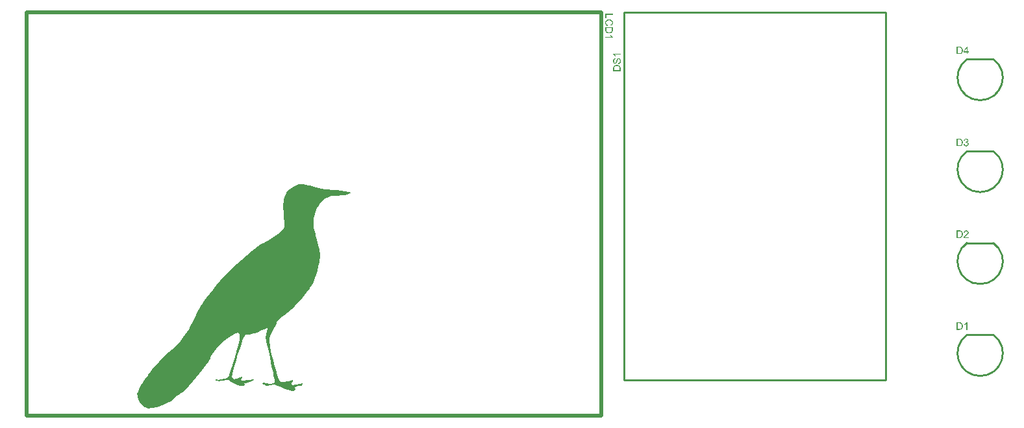
<source format=gbr>
%TF.GenerationSoftware,Altium Limited,Altium Designer,19.1.8 (144)*%
G04 Layer_Color=65535*
%FSLAX26Y26*%
%MOIN*%
%TF.FileFunction,Legend,Top*%
%TF.Part,Single*%
G01*
G75*
%TA.AperFunction,NonConductor*%
%ADD47C,0.009842*%
%ADD48C,0.019685*%
%ADD51C,0.010000*%
G36*
X1424968Y1190059D02*
X1434810Y1187871D01*
X1449027Y1185684D01*
X1456682Y1183497D01*
X1466525Y1181310D01*
X1477461Y1178029D01*
X1489490Y1174748D01*
X1502613Y1171467D01*
X1516830Y1167093D01*
X1523392D01*
X1529953Y1165999D01*
X1539796Y1164906D01*
X1550732Y1163812D01*
X1563855Y1162718D01*
X1591195Y1159438D01*
X1617441Y1156157D01*
X1630565Y1155063D01*
X1641501Y1152876D01*
X1651343Y1150689D01*
X1657905Y1149595D01*
X1663373Y1147408D01*
X1664466Y1146314D01*
X1662279Y1144127D01*
X1660092Y1143034D01*
X1654624Y1140847D01*
X1646969Y1137566D01*
X1636033Y1135379D01*
X1621816Y1133191D01*
X1613067D01*
X1603225Y1132098D01*
X1575885D01*
X1571510Y1131004D01*
X1566042Y1129910D01*
X1559481Y1128817D01*
X1551825Y1125536D01*
X1543077Y1122255D01*
X1534328Y1116787D01*
X1525579Y1111319D01*
X1516830Y1102571D01*
X1508081Y1093822D01*
X1500426Y1081792D01*
X1492771Y1068669D01*
X1486209Y1052265D01*
X1480741Y1033674D01*
X1476367Y1012895D01*
Y965870D01*
Y964777D01*
X1477461Y960403D01*
X1479648Y954934D01*
X1481835Y947279D01*
X1484022Y937437D01*
X1486209Y926501D01*
X1492771Y903535D01*
X1498239Y878383D01*
X1503707Y856510D01*
X1504801Y846668D01*
X1506988Y837919D01*
X1508081Y830264D01*
Y825890D01*
Y824796D01*
Y823702D01*
Y820422D01*
Y816047D01*
X1506988Y810579D01*
X1505894Y804018D01*
X1503707Y788707D01*
X1499333Y767929D01*
X1493865Y744963D01*
X1485116Y717623D01*
X1474180Y688096D01*
Y687003D01*
X1473086Y684815D01*
X1470899Y681534D01*
X1467618Y677160D01*
X1464337Y670598D01*
X1458869Y662943D01*
X1453401Y654194D01*
X1445746Y644352D01*
X1438091Y633416D01*
X1428249Y622480D01*
X1417313Y609357D01*
X1405283Y595140D01*
X1392160Y580923D01*
X1376849Y565613D01*
X1360445Y549209D01*
X1342948Y531711D01*
X1341854D01*
X1340761Y529524D01*
X1333105Y525150D01*
X1324357Y518588D01*
X1313421Y509839D01*
X1301391Y499997D01*
X1292642Y490154D01*
X1284987Y480312D01*
X1283893Y475938D01*
X1282800Y471563D01*
Y470470D01*
X1281706Y469376D01*
X1279519Y466095D01*
X1277332Y461721D01*
X1271864Y450785D01*
X1265302Y437662D01*
X1258741Y423445D01*
X1253273Y410322D01*
X1248898Y398292D01*
X1247805Y388450D01*
Y386262D01*
Y384075D01*
X1248898Y379701D01*
Y375327D01*
X1249992Y368765D01*
X1251085Y361110D01*
X1252179Y352361D01*
X1254366Y342519D01*
X1256553Y330489D01*
X1259834Y317366D01*
X1263115Y303149D01*
X1267489Y286745D01*
X1272957Y268154D01*
X1278425Y248469D01*
X1284987Y227690D01*
Y226597D01*
Y225503D01*
X1286081Y218942D01*
X1288268Y211286D01*
X1291549Y201444D01*
X1294829Y191602D01*
X1299204Y182853D01*
X1304672Y176291D01*
X1307953Y175198D01*
X1311233Y174104D01*
X1324357D01*
X1328731Y175198D01*
X1336386Y176291D01*
X1345135Y177385D01*
X1356071Y179572D01*
X1369194Y182853D01*
Y180666D01*
X1367007Y178478D01*
X1363726Y174104D01*
X1360445Y168636D01*
X1358258Y165355D01*
X1359352D01*
X1361539Y163168D01*
X1363726Y160981D01*
X1364820Y158794D01*
X1370288D01*
X1375756Y159887D01*
X1383411Y160981D01*
X1400909Y163168D01*
X1418406Y167542D01*
Y166449D01*
Y164262D01*
X1416219Y159887D01*
X1414032Y155513D01*
X1412938D01*
X1408564Y154419D01*
X1402002D01*
X1395441Y153326D01*
X1388879Y151138D01*
X1382317Y148951D01*
X1377943Y146764D01*
X1376849Y143483D01*
X1381224Y138015D01*
X1374662Y127079D01*
X1373569D01*
X1370288Y128173D01*
X1363726Y129267D01*
X1353884Y131454D01*
X1340761Y135828D01*
X1333105Y138015D01*
X1323263Y141296D01*
X1313421Y145671D01*
X1301391Y150045D01*
X1288268Y155513D01*
X1274051Y160981D01*
X1271864D01*
X1233588Y153326D01*
X1232494Y154419D01*
X1228120Y158794D01*
X1220465Y162075D01*
X1209529Y163168D01*
Y164262D01*
X1210622Y165355D01*
X1212809Y167542D01*
X1218277Y169730D01*
X1247805Y163168D01*
X1251085D01*
X1257647Y164262D01*
X1266396Y166449D01*
X1276238Y171917D01*
Y173011D01*
Y175198D01*
X1275145Y177385D01*
Y181759D01*
X1274051Y188321D01*
X1271864Y195976D01*
X1269677Y206912D01*
X1267489Y220035D01*
X1264209Y235346D01*
X1259834Y253937D01*
X1255460Y276902D01*
X1249992Y302055D01*
X1243430Y332676D01*
X1240149Y349080D01*
X1235775Y366578D01*
X1231401Y385169D01*
X1227026Y404854D01*
X1237962Y447504D01*
Y449691D01*
X1235775Y454066D01*
X1233588Y452972D01*
X1227026Y448598D01*
X1217184Y443130D01*
X1202967Y436568D01*
X1186563Y428913D01*
X1167972Y423445D01*
X1146100Y419070D01*
X1124228Y417977D01*
Y416883D01*
X1123134Y415790D01*
X1120947Y412509D01*
X1118760Y407041D01*
X1116573Y401573D01*
X1113292Y392824D01*
X1108917Y382982D01*
X1104543Y372046D01*
X1100169Y357829D01*
X1094701Y342519D01*
X1089233Y325021D01*
X1082671Y305336D01*
X1077203Y283464D01*
X1069548Y259405D01*
X1062986Y232065D01*
X1055331Y202538D01*
X1056425Y201444D01*
X1058612Y197070D01*
X1062986Y192695D01*
X1068454Y189415D01*
X1069548D01*
X1071735Y190508D01*
X1075016D01*
X1080484Y191602D01*
X1085952Y193789D01*
X1094701Y197070D01*
X1104543Y200351D01*
X1106730D01*
Y198163D01*
X1105637Y194882D01*
X1104543Y190508D01*
X1100169Y187227D01*
X1104543Y180666D01*
X1111105D01*
X1118760Y181759D01*
X1128602Y182853D01*
X1148287Y185040D01*
X1157036Y187227D01*
X1164691Y189415D01*
X1166878D01*
Y185040D01*
X1165785Y183946D01*
X1164691Y181759D01*
X1160317Y179572D01*
X1154849Y176291D01*
X1146100Y173011D01*
X1134070Y170823D01*
X1126415Y168636D01*
X1117666Y167542D01*
X1122041Y160981D01*
Y159887D01*
X1119853Y158794D01*
X1116573Y155513D01*
X1111105Y153326D01*
X1104543D01*
X1097981Y155513D01*
X1088139Y157700D01*
X1077203Y160981D01*
X1065173Y166449D01*
X1053144Y174104D01*
X1040021Y185040D01*
X1033459D01*
X1029085Y183946D01*
X1021429Y182853D01*
X1012681Y181759D01*
X1001745Y179572D01*
X988621Y176291D01*
X987528Y177385D01*
X983153Y179572D01*
X976592Y181759D01*
X970030Y182853D01*
Y187227D01*
X974405D01*
X978779Y186134D01*
X986434Y185040D01*
X988621D01*
X994089Y186134D01*
X1000651Y188321D01*
X1010493Y190508D01*
X1019242Y192695D01*
X1027991Y195976D01*
X1035646Y200351D01*
X1040021Y204725D01*
X1041114Y206912D01*
X1042208Y212380D01*
X1045489Y220035D01*
X1048769Y230971D01*
X1053144Y244095D01*
X1057518Y259405D01*
X1062986Y274715D01*
X1068454Y292213D01*
X1078297Y328302D01*
X1082671Y345799D01*
X1087045Y362203D01*
X1090326Y377514D01*
X1093607Y391731D01*
X1094701Y403760D01*
X1095794Y413603D01*
Y414696D01*
Y415790D01*
X1094701Y421258D01*
X1090326Y425632D01*
X1088139Y426726D01*
X1083765Y427819D01*
X1082671D01*
X1079390Y425632D01*
X1075016Y423445D01*
X1068454Y420164D01*
X1059705Y415790D01*
X1050957Y411415D01*
X1030178Y398292D01*
X1008306Y380795D01*
X985341Y358923D01*
X974405Y345799D01*
X963469Y332676D01*
X954720Y318459D01*
X945971Y302055D01*
Y300962D01*
X944877Y298774D01*
X943784Y295494D01*
X941597Y291119D01*
X938316Y285651D01*
X933941Y279090D01*
X927380Y270341D01*
X920818Y260498D01*
X910976Y247375D01*
X900040Y234252D01*
X886917Y217848D01*
X871606Y199257D01*
X854109Y178478D01*
X833330Y155513D01*
X810365Y129267D01*
X809271D01*
X808177Y128173D01*
X801616Y122705D01*
X792867Y116143D01*
X780837Y108488D01*
X769901Y99739D01*
X757872Y90990D01*
X748029Y82242D01*
X741468Y75680D01*
X740374D01*
X739281Y74587D01*
X736000Y72399D01*
X731625Y70212D01*
X719596Y63651D01*
X704285Y57089D01*
X686788Y50527D01*
X667103Y43966D01*
X645231Y39591D01*
X623359Y38498D01*
X622265D01*
X621172Y39591D01*
X616797Y40685D01*
X611329Y42872D01*
X609142Y43966D01*
X604768Y47246D01*
X598206Y53808D01*
X590551Y61463D01*
X582896Y72399D01*
X576334Y84429D01*
X571960Y99739D01*
X569773Y116143D01*
Y117237D01*
X570866Y119424D01*
X573053Y121611D01*
X574147Y122705D01*
Y123799D01*
X575241Y128173D01*
X577428Y135828D01*
X581802Y144577D01*
X588364Y157700D01*
X597113Y171917D01*
X608049Y189415D01*
X623359Y209099D01*
X624453Y210193D01*
X625546Y212380D01*
X628827Y216755D01*
X633201Y222222D01*
X638669Y228784D01*
X645231Y237533D01*
X661635Y256124D01*
X681320Y279090D01*
X705379Y303149D01*
X732719Y329395D01*
X763340Y355642D01*
X764433Y356735D01*
X765527Y357829D01*
X768808Y361110D01*
X773182Y365484D01*
X778650Y370952D01*
X784118Y377514D01*
X790680Y385169D01*
X798335Y395011D01*
X805990Y405947D01*
X814739Y417977D01*
X823488Y431100D01*
X833330Y445317D01*
X842079Y461721D01*
X851921Y479219D01*
X861764Y497810D01*
X870513Y518588D01*
Y519682D01*
X871606Y521869D01*
X873793Y527337D01*
X877074Y533899D01*
X882542Y541554D01*
X888010Y551396D01*
X894572Y563426D01*
X903321Y577643D01*
X914257Y592953D01*
X926286Y609357D01*
X940503Y629042D01*
X956907Y648726D01*
X975498Y671692D01*
X996277Y695751D01*
X1019242Y720904D01*
X1044395Y748244D01*
X1045489Y749338D01*
X1048769Y752619D01*
X1054237Y758087D01*
X1060799Y764648D01*
X1069548Y772303D01*
X1080484Y781052D01*
X1091420Y790894D01*
X1103449Y801831D01*
X1130789Y824796D01*
X1159223Y848855D01*
X1188750Y869634D01*
X1202967Y879476D01*
X1216090Y888225D01*
X1217184Y889318D01*
X1220465Y890412D01*
X1225933Y893693D01*
X1233588Y896974D01*
X1241243Y901348D01*
X1251085Y906816D01*
X1270770Y919939D01*
X1290455Y934156D01*
X1300297Y941811D01*
X1307953Y949466D01*
X1315608Y957122D01*
X1321076Y964777D01*
X1324357Y972432D01*
X1325450Y980087D01*
Y981181D01*
Y983368D01*
Y988836D01*
X1324357Y997585D01*
Y1003053D01*
X1323263Y1009615D01*
Y1018363D01*
X1322169Y1027112D01*
X1321076Y1038048D01*
X1319982Y1050078D01*
X1318889Y1063201D01*
X1317795Y1078511D01*
Y1079605D01*
Y1083979D01*
X1318889Y1090541D01*
X1319982Y1099290D01*
X1323263Y1110226D01*
X1326544Y1123349D01*
X1332012Y1137566D01*
X1338573Y1153970D01*
X1340761Y1155063D01*
X1345135Y1159438D01*
X1351697Y1165999D01*
X1361539Y1172561D01*
X1372475Y1179122D01*
X1385598Y1185684D01*
X1399815Y1190059D01*
X1414032Y1191152D01*
X1418406D01*
X1424968Y1190059D01*
D02*
G37*
G36*
X3010847Y2061823D02*
X2976992D01*
Y2042898D01*
X2972441D01*
Y2066929D01*
X3010847D01*
Y2061823D01*
D02*
G37*
G36*
X2992920Y2038291D02*
X2993475D01*
X2994030Y2038236D01*
X2994752Y2038180D01*
X2995473Y2038069D01*
X2997083Y2037792D01*
X2998859Y2037403D01*
X3000635Y2036848D01*
X3002355Y2036071D01*
X3002411Y2036016D01*
X3002577Y2035960D01*
X3002799Y2035849D01*
X3003077Y2035627D01*
X3003465Y2035405D01*
X3003909Y2035128D01*
X3004908Y2034406D01*
X3006018Y2033463D01*
X3007128Y2032353D01*
X3008238Y2031076D01*
X3009182Y2029578D01*
X3009237Y2029522D01*
X3009293Y2029356D01*
X3009404Y2029134D01*
X3009570Y2028856D01*
X3009737Y2028412D01*
X3009903Y2027968D01*
X3010125Y2027413D01*
X3010347Y2026803D01*
X3010569Y2026137D01*
X3010791Y2025415D01*
X3011124Y2023861D01*
X3011402Y2022085D01*
X3011513Y2020254D01*
Y2019699D01*
X3011457Y2019310D01*
X3011402Y2018811D01*
X3011346Y2018200D01*
X3011291Y2017590D01*
X3011124Y2016868D01*
X3010791Y2015370D01*
X3010292Y2013705D01*
X3009959Y2012872D01*
X3009570Y2012095D01*
X3009071Y2011318D01*
X3008571Y2010541D01*
X3008516Y2010486D01*
X3008460Y2010375D01*
X3008294Y2010153D01*
X3008016Y2009875D01*
X3007739Y2009598D01*
X3007350Y2009209D01*
X3006906Y2008821D01*
X3006462Y2008377D01*
X3005907Y2007933D01*
X3005241Y2007489D01*
X3004575Y2006989D01*
X3003854Y2006545D01*
X3003021Y2006157D01*
X3002189Y2005713D01*
X3001301Y2005380D01*
X3000302Y2005047D01*
X2999136Y2010042D01*
X2999192D01*
X2999303Y2010097D01*
X2999525Y2010208D01*
X2999802Y2010319D01*
X3000135Y2010430D01*
X3000579Y2010597D01*
X3001467Y2011041D01*
X3002466Y2011596D01*
X3003465Y2012262D01*
X3004409Y2013094D01*
X3005241Y2013982D01*
X3005352Y2014093D01*
X3005574Y2014426D01*
X3005852Y2014981D01*
X3006240Y2015703D01*
X3006573Y2016646D01*
X3006906Y2017701D01*
X3007128Y2018977D01*
X3007184Y2020365D01*
Y2020809D01*
X3007128Y2021086D01*
Y2021475D01*
X3007073Y2021919D01*
X3006906Y2022973D01*
X3006684Y2024139D01*
X3006296Y2025360D01*
X3005741Y2026636D01*
X3005019Y2027802D01*
Y2027857D01*
X3004908Y2027913D01*
X3004631Y2028301D01*
X3004187Y2028801D01*
X3003521Y2029411D01*
X3002688Y2030133D01*
X3001745Y2030799D01*
X3000579Y2031409D01*
X2999303Y2031964D01*
X2999247D01*
X2999136Y2032020D01*
X2998970Y2032075D01*
X2998692Y2032131D01*
X2998359Y2032242D01*
X2997971Y2032353D01*
X2997027Y2032519D01*
X2995917Y2032741D01*
X2994696Y2032963D01*
X2993364Y2033074D01*
X2991921Y2033130D01*
X2991866D01*
X2991699D01*
X2991422D01*
X2991089D01*
X2990700Y2033074D01*
X2990201D01*
X2989646Y2033019D01*
X2989035Y2032963D01*
X2987703Y2032797D01*
X2986260Y2032519D01*
X2984817Y2032186D01*
X2983374Y2031742D01*
X2983319D01*
X2983208Y2031687D01*
X2983041Y2031576D01*
X2982764Y2031465D01*
X2982098Y2031132D01*
X2981321Y2030632D01*
X2980433Y2030022D01*
X2979489Y2029245D01*
X2978657Y2028357D01*
X2977880Y2027302D01*
Y2027247D01*
X2977824Y2027136D01*
X2977713Y2026969D01*
X2977602Y2026747D01*
X2977491Y2026470D01*
X2977325Y2026137D01*
X2976992Y2025360D01*
X2976659Y2024361D01*
X2976381Y2023251D01*
X2976159Y2022030D01*
X2976104Y2020753D01*
Y2020365D01*
X2976159Y2020032D01*
Y2019643D01*
X2976215Y2019255D01*
X2976437Y2018256D01*
X2976714Y2017090D01*
X2977158Y2015925D01*
X2977769Y2014704D01*
X2978102Y2014093D01*
X2978546Y2013538D01*
X2978601Y2013483D01*
X2978657Y2013427D01*
X2978823Y2013261D01*
X2978990Y2013039D01*
X2979267Y2012817D01*
X2979600Y2012539D01*
X2979933Y2012206D01*
X2980377Y2011929D01*
X2980877Y2011596D01*
X2981432Y2011207D01*
X2981987Y2010874D01*
X2982653Y2010541D01*
X2983374Y2010264D01*
X2984151Y2009986D01*
X2984984Y2009709D01*
X2985872Y2009487D01*
X2984595Y2004381D01*
X2984540D01*
X2984318Y2004436D01*
X2983985Y2004547D01*
X2983541Y2004714D01*
X2983041Y2004880D01*
X2982431Y2005102D01*
X2981765Y2005380D01*
X2981043Y2005713D01*
X2979489Y2006490D01*
X2977935Y2007489D01*
X2977158Y2008099D01*
X2976381Y2008710D01*
X2975715Y2009376D01*
X2975049Y2010153D01*
X2974994Y2010208D01*
X2974883Y2010319D01*
X2974772Y2010597D01*
X2974550Y2010874D01*
X2974272Y2011318D01*
X2973995Y2011762D01*
X2973717Y2012373D01*
X2973440Y2012983D01*
X2973107Y2013705D01*
X2972829Y2014482D01*
X2972552Y2015314D01*
X2972274Y2016202D01*
X2972052Y2017146D01*
X2971941Y2018145D01*
X2971830Y2019199D01*
X2971775Y2020309D01*
Y2020920D01*
X2971830Y2021364D01*
Y2021863D01*
X2971886Y2022474D01*
X2971997Y2023140D01*
X2972108Y2023917D01*
X2972385Y2025526D01*
X2972829Y2027191D01*
X2973440Y2028856D01*
X2973828Y2029633D01*
X2974272Y2030410D01*
X2974328Y2030466D01*
X2974383Y2030577D01*
X2974550Y2030799D01*
X2974772Y2031021D01*
X2974994Y2031354D01*
X2975327Y2031742D01*
X2975715Y2032186D01*
X2976159Y2032630D01*
X2976659Y2033074D01*
X2977158Y2033574D01*
X2978435Y2034573D01*
X2979933Y2035516D01*
X2981598Y2036349D01*
X2981654D01*
X2981820Y2036460D01*
X2982098Y2036515D01*
X2982431Y2036682D01*
X2982875Y2036793D01*
X2983430Y2036959D01*
X2984040Y2037181D01*
X2984706Y2037348D01*
X2985428Y2037514D01*
X2986260Y2037736D01*
X2987981Y2038014D01*
X2989923Y2038236D01*
X2991921Y2038347D01*
X2991977D01*
X2992199D01*
X2992532D01*
X2992920Y2038291D01*
D02*
G37*
G36*
X3010847Y1983346D02*
X3010791Y1982347D01*
X3010736Y1981237D01*
X3010625Y1980127D01*
X3010458Y1979017D01*
X3010292Y1978074D01*
Y1978018D01*
X3010236Y1977907D01*
Y1977741D01*
X3010125Y1977519D01*
X3009959Y1976908D01*
X3009681Y1976131D01*
X3009293Y1975243D01*
X3008793Y1974300D01*
X3008238Y1973356D01*
X3007517Y1972468D01*
X3007461Y1972413D01*
X3007406Y1972357D01*
X3007239Y1972191D01*
X3007073Y1971969D01*
X3006518Y1971414D01*
X3005741Y1970748D01*
X3004797Y1970026D01*
X3003687Y1969249D01*
X3002411Y1968528D01*
X3000968Y1967917D01*
X3000912D01*
X3000801Y1967862D01*
X3000579Y1967751D01*
X3000246Y1967695D01*
X2999858Y1967529D01*
X2999414Y1967418D01*
X2998914Y1967307D01*
X2998304Y1967140D01*
X2997693Y1966974D01*
X2996972Y1966863D01*
X2995418Y1966585D01*
X2993697Y1966419D01*
X2991810Y1966363D01*
X2991755D01*
X2991644D01*
X2991366D01*
X2991089D01*
X2990700Y1966419D01*
X2990256D01*
X2989202Y1966474D01*
X2987981Y1966641D01*
X2986704Y1966807D01*
X2985372Y1967085D01*
X2984040Y1967418D01*
X2983985D01*
X2983874Y1967473D01*
X2983707Y1967529D01*
X2983485Y1967584D01*
X2982875Y1967806D01*
X2982098Y1968139D01*
X2981210Y1968472D01*
X2980322Y1968916D01*
X2979378Y1969471D01*
X2978490Y1970026D01*
X2978379Y1970082D01*
X2978102Y1970304D01*
X2977713Y1970637D01*
X2977214Y1971081D01*
X2976659Y1971580D01*
X2976104Y1972191D01*
X2975493Y1972801D01*
X2974994Y1973523D01*
X2974938Y1973634D01*
X2974772Y1973856D01*
X2974550Y1974244D01*
X2974272Y1974799D01*
X2973939Y1975465D01*
X2973662Y1976242D01*
X2973329Y1977130D01*
X2973051Y1978129D01*
Y1978240D01*
X2972996Y1978407D01*
X2972940Y1978573D01*
X2972885Y1979128D01*
X2972774Y1979905D01*
X2972663Y1980793D01*
X2972552Y1981848D01*
X2972496Y1983013D01*
X2972441Y1984290D01*
Y1998109D01*
X3010847D01*
Y1983346D01*
D02*
G37*
G36*
X3001356Y1957650D02*
X3001467Y1957539D01*
X3001523Y1957317D01*
X3001689Y1957039D01*
X3001856Y1956706D01*
X3002078Y1956318D01*
X3002633Y1955374D01*
X3003243Y1954264D01*
X3004020Y1953154D01*
X3004908Y1951989D01*
X3005852Y1950823D01*
X3005907Y1950768D01*
X3005963Y1950712D01*
X3006129Y1950546D01*
X3006296Y1950324D01*
X3006851Y1949824D01*
X3007517Y1949158D01*
X3008294Y1948492D01*
X3009182Y1947771D01*
X3010070Y1947160D01*
X3011013Y1946605D01*
Y1943553D01*
X2972441D01*
Y1948270D01*
X3002466D01*
X3002411Y1948326D01*
X3002189Y1948603D01*
X3001856Y1948936D01*
X3001467Y1949491D01*
X3000968Y1950102D01*
X3000413Y1950879D01*
X2999802Y1951767D01*
X2999192Y1952766D01*
Y1952821D01*
X2999136Y1952877D01*
X2998914Y1953210D01*
X2998637Y1953765D01*
X2998304Y1954431D01*
X2997915Y1955208D01*
X2997527Y1956040D01*
X2997138Y1956873D01*
X2996805Y1957705D01*
X3001356D01*
Y1957650D01*
D02*
G37*
G36*
X3051181Y1857290D02*
X3021156D01*
X3021211Y1857235D01*
X3021433Y1856957D01*
X3021766Y1856624D01*
X3022155Y1856069D01*
X3022654Y1855458D01*
X3023209Y1854681D01*
X3023820Y1853793D01*
X3024430Y1852794D01*
Y1852739D01*
X3024486Y1852684D01*
X3024708Y1852351D01*
X3024985Y1851795D01*
X3025318Y1851130D01*
X3025707Y1850352D01*
X3026095Y1849520D01*
X3026484Y1848688D01*
X3026817Y1847855D01*
X3022266D01*
Y1847910D01*
X3022155Y1848022D01*
X3022099Y1848244D01*
X3021933Y1848521D01*
X3021766Y1848854D01*
X3021544Y1849243D01*
X3020989Y1850186D01*
X3020379Y1851296D01*
X3019602Y1852406D01*
X3018714Y1853572D01*
X3017770Y1854737D01*
X3017715Y1854793D01*
X3017659Y1854848D01*
X3017493Y1855014D01*
X3017326Y1855236D01*
X3016771Y1855736D01*
X3016105Y1856402D01*
X3015328Y1857068D01*
X3014440Y1857790D01*
X3013552Y1858400D01*
X3012609Y1858955D01*
Y1862007D01*
X3051181D01*
Y1857290D01*
D02*
G37*
G36*
X3041524Y1839086D02*
X3042301Y1838975D01*
X3043189Y1838753D01*
X3044133Y1838476D01*
X3045132Y1838032D01*
X3046186Y1837421D01*
X3046242D01*
X3046297Y1837366D01*
X3046630Y1837088D01*
X3047130Y1836699D01*
X3047685Y1836145D01*
X3048351Y1835423D01*
X3049072Y1834535D01*
X3049738Y1833536D01*
X3050349Y1832370D01*
Y1832315D01*
X3050404Y1832204D01*
X3050460Y1832037D01*
X3050571Y1831815D01*
X3050682Y1831483D01*
X3050848Y1831094D01*
X3051070Y1830206D01*
X3051348Y1829151D01*
X3051625Y1827875D01*
X3051792Y1826487D01*
X3051847Y1824989D01*
Y1824101D01*
X3051792Y1823657D01*
Y1823158D01*
X3051736Y1822602D01*
X3051681Y1821937D01*
X3051459Y1820549D01*
X3051237Y1819106D01*
X3050848Y1817663D01*
X3050349Y1816275D01*
Y1816220D01*
X3050293Y1816109D01*
X3050182Y1815943D01*
X3050071Y1815720D01*
X3049738Y1815054D01*
X3049239Y1814277D01*
X3048573Y1813389D01*
X3047796Y1812446D01*
X3046852Y1811558D01*
X3045798Y1810726D01*
X3045742D01*
X3045631Y1810614D01*
X3045465Y1810559D01*
X3045243Y1810392D01*
X3044965Y1810282D01*
X3044632Y1810115D01*
X3043800Y1809726D01*
X3042745Y1809338D01*
X3041580Y1809005D01*
X3040248Y1808783D01*
X3038860Y1808672D01*
X3038416Y1813445D01*
X3038472D01*
X3038527D01*
X3038694Y1813501D01*
X3038916D01*
X3039415Y1813611D01*
X3040137Y1813778D01*
X3040858Y1814000D01*
X3041691Y1814222D01*
X3042468Y1814611D01*
X3043189Y1814999D01*
X3043245Y1815054D01*
X3043467Y1815221D01*
X3043855Y1815498D01*
X3044244Y1815943D01*
X3044743Y1816497D01*
X3045243Y1817108D01*
X3045742Y1817940D01*
X3046186Y1818829D01*
Y1818884D01*
X3046242Y1818939D01*
X3046297Y1819106D01*
X3046353Y1819273D01*
X3046519Y1819828D01*
X3046741Y1820549D01*
X3046963Y1821437D01*
X3047130Y1822436D01*
X3047241Y1823546D01*
X3047296Y1824767D01*
Y1825266D01*
X3047241Y1825822D01*
X3047185Y1826487D01*
X3047074Y1827264D01*
X3046963Y1828152D01*
X3046741Y1829041D01*
X3046464Y1829873D01*
X3046408Y1829984D01*
X3046297Y1830262D01*
X3046075Y1830650D01*
X3045853Y1831149D01*
X3045465Y1831649D01*
X3045076Y1832204D01*
X3044632Y1832759D01*
X3044077Y1833203D01*
X3044022Y1833258D01*
X3043800Y1833370D01*
X3043522Y1833536D01*
X3043078Y1833758D01*
X3042634Y1833980D01*
X3042079Y1834147D01*
X3041469Y1834257D01*
X3040803Y1834313D01*
X3040747D01*
X3040470D01*
X3040137Y1834257D01*
X3039693Y1834202D01*
X3039249Y1834035D01*
X3038694Y1833869D01*
X3038139Y1833591D01*
X3037639Y1833203D01*
X3037584Y1833148D01*
X3037417Y1832981D01*
X3037195Y1832759D01*
X3036862Y1832370D01*
X3036529Y1831927D01*
X3036141Y1831316D01*
X3035752Y1830594D01*
X3035419Y1829762D01*
X3035364Y1829707D01*
X3035308Y1829429D01*
X3035142Y1828985D01*
X3035086Y1828707D01*
X3034975Y1828319D01*
X3034809Y1827930D01*
X3034698Y1827431D01*
X3034531Y1826876D01*
X3034365Y1826210D01*
X3034198Y1825544D01*
X3033976Y1824767D01*
X3033754Y1823879D01*
X3033532Y1822936D01*
Y1822880D01*
X3033477Y1822714D01*
X3033421Y1822436D01*
X3033310Y1822103D01*
X3033199Y1821659D01*
X3033088Y1821159D01*
X3032755Y1820050D01*
X3032367Y1818829D01*
X3031978Y1817552D01*
X3031590Y1816442D01*
X3031368Y1815943D01*
X3031146Y1815498D01*
Y1815443D01*
X3031090Y1815388D01*
X3030868Y1815054D01*
X3030591Y1814555D01*
X3030147Y1814000D01*
X3029647Y1813334D01*
X3029037Y1812668D01*
X3028315Y1812002D01*
X3027538Y1811447D01*
X3027427Y1811391D01*
X3027150Y1811225D01*
X3026706Y1811003D01*
X3026151Y1810781D01*
X3025429Y1810559D01*
X3024597Y1810337D01*
X3023709Y1810170D01*
X3022765Y1810115D01*
X3022710D01*
X3022654D01*
X3022488D01*
X3022266D01*
X3021711Y1810226D01*
X3020989Y1810337D01*
X3020157Y1810504D01*
X3019213Y1810781D01*
X3018270Y1811169D01*
X3017326Y1811725D01*
X3017271D01*
X3017215Y1811780D01*
X3016882Y1812057D01*
X3016438Y1812446D01*
X3015883Y1812946D01*
X3015273Y1813611D01*
X3014607Y1814444D01*
X3013996Y1815443D01*
X3013441Y1816553D01*
Y1816609D01*
X3013386Y1816719D01*
X3013330Y1816886D01*
X3013219Y1817108D01*
X3013108Y1817386D01*
X3012997Y1817774D01*
X3012775Y1818607D01*
X3012553Y1819661D01*
X3012331Y1820882D01*
X3012165Y1822159D01*
X3012109Y1823601D01*
Y1824323D01*
X3012165Y1824711D01*
Y1825100D01*
X3012276Y1826155D01*
X3012442Y1827320D01*
X3012720Y1828541D01*
X3013053Y1829873D01*
X3013497Y1831094D01*
Y1831149D01*
X3013552Y1831261D01*
X3013663Y1831427D01*
X3013774Y1831649D01*
X3014052Y1832204D01*
X3014551Y1832926D01*
X3015106Y1833758D01*
X3015828Y1834591D01*
X3016660Y1835368D01*
X3017604Y1836089D01*
X3017659D01*
X3017715Y1836145D01*
X3017881Y1836255D01*
X3018048Y1836367D01*
X3018603Y1836644D01*
X3019324Y1836977D01*
X3020212Y1837366D01*
X3021267Y1837643D01*
X3022377Y1837920D01*
X3023598Y1838032D01*
X3023986Y1833148D01*
X3023931D01*
X3023820D01*
X3023653Y1833092D01*
X3023376Y1833036D01*
X3022765Y1832870D01*
X3021933Y1832648D01*
X3021045Y1832315D01*
X3020157Y1831815D01*
X3019324Y1831205D01*
X3018547Y1830428D01*
X3018492Y1830317D01*
X3018270Y1830040D01*
X3017937Y1829485D01*
X3017604Y1828763D01*
X3017271Y1827820D01*
X3016938Y1826709D01*
X3016716Y1825322D01*
X3016660Y1823768D01*
Y1822991D01*
X3016716Y1822658D01*
X3016771Y1822214D01*
X3016882Y1821215D01*
X3017104Y1820105D01*
X3017382Y1818995D01*
X3017826Y1817940D01*
X3018103Y1817496D01*
X3018381Y1817053D01*
X3018436Y1816941D01*
X3018658Y1816719D01*
X3019047Y1816387D01*
X3019491Y1816053D01*
X3020101Y1815665D01*
X3020767Y1815332D01*
X3021544Y1815110D01*
X3022432Y1814999D01*
X3022543D01*
X3022765D01*
X3023154Y1815054D01*
X3023598Y1815166D01*
X3024153Y1815332D01*
X3024708Y1815610D01*
X3025263Y1815943D01*
X3025818Y1816442D01*
X3025873Y1816497D01*
X3026040Y1816775D01*
X3026206Y1816997D01*
X3026317Y1817219D01*
X3026484Y1817552D01*
X3026706Y1817940D01*
X3026872Y1818440D01*
X3027094Y1818995D01*
X3027316Y1819605D01*
X3027594Y1820327D01*
X3027816Y1821104D01*
X3028093Y1821992D01*
X3028315Y1822991D01*
X3028593Y1824101D01*
Y1824157D01*
X3028648Y1824379D01*
X3028704Y1824711D01*
X3028815Y1825100D01*
X3028926Y1825600D01*
X3029092Y1826210D01*
X3029259Y1826821D01*
X3029425Y1827486D01*
X3029814Y1828929D01*
X3030202Y1830317D01*
X3030424Y1830983D01*
X3030646Y1831593D01*
X3030813Y1832149D01*
X3031035Y1832592D01*
Y1832648D01*
X3031090Y1832759D01*
X3031201Y1832926D01*
X3031312Y1833148D01*
X3031645Y1833758D01*
X3032089Y1834479D01*
X3032700Y1835312D01*
X3033366Y1836145D01*
X3034143Y1836921D01*
X3034975Y1837588D01*
X3035086Y1837643D01*
X3035364Y1837865D01*
X3035863Y1838087D01*
X3036529Y1838420D01*
X3037306Y1838697D01*
X3038250Y1838975D01*
X3039304Y1839141D01*
X3040414Y1839197D01*
X3040470D01*
X3040525D01*
X3040692D01*
X3040914D01*
X3041524Y1839086D01*
D02*
G37*
G36*
X3032922Y1803344D02*
X3033366D01*
X3034420Y1803289D01*
X3035641Y1803122D01*
X3036918Y1802956D01*
X3038250Y1802678D01*
X3039582Y1802345D01*
X3039637D01*
X3039748Y1802290D01*
X3039915Y1802234D01*
X3040137Y1802178D01*
X3040747Y1801957D01*
X3041524Y1801623D01*
X3042412Y1801291D01*
X3043300Y1800847D01*
X3044244Y1800292D01*
X3045132Y1799736D01*
X3045243Y1799681D01*
X3045520Y1799459D01*
X3045909Y1799126D01*
X3046408Y1798682D01*
X3046963Y1798182D01*
X3047518Y1797572D01*
X3048129Y1796961D01*
X3048628Y1796240D01*
X3048684Y1796129D01*
X3048850Y1795907D01*
X3049072Y1795518D01*
X3049350Y1794964D01*
X3049683Y1794297D01*
X3049960Y1793521D01*
X3050293Y1792632D01*
X3050571Y1791633D01*
Y1791523D01*
X3050626Y1791356D01*
X3050682Y1791189D01*
X3050737Y1790634D01*
X3050848Y1789858D01*
X3050959Y1788969D01*
X3051070Y1787915D01*
X3051126Y1786749D01*
X3051181Y1785473D01*
Y1771653D01*
X3012775D01*
Y1786417D01*
X3012831Y1787416D01*
X3012886Y1788525D01*
X3012997Y1789636D01*
X3013164Y1790745D01*
X3013330Y1791689D01*
Y1791745D01*
X3013386Y1791855D01*
Y1792022D01*
X3013497Y1792244D01*
X3013663Y1792854D01*
X3013941Y1793631D01*
X3014329Y1794520D01*
X3014829Y1795463D01*
X3015384Y1796407D01*
X3016105Y1797294D01*
X3016161Y1797350D01*
X3016216Y1797406D01*
X3016383Y1797572D01*
X3016549Y1797794D01*
X3017104Y1798349D01*
X3017881Y1799015D01*
X3018825Y1799736D01*
X3019935Y1800514D01*
X3021211Y1801235D01*
X3022654Y1801845D01*
X3022710D01*
X3022821Y1801901D01*
X3023043Y1802012D01*
X3023376Y1802068D01*
X3023764Y1802234D01*
X3024208Y1802345D01*
X3024708Y1802456D01*
X3025318Y1802622D01*
X3025929Y1802789D01*
X3026650Y1802900D01*
X3028204Y1803178D01*
X3029925Y1803344D01*
X3031812Y1803399D01*
X3031867D01*
X3031978D01*
X3032256D01*
X3032533D01*
X3032922Y1803344D01*
D02*
G37*
G36*
X4826048Y953115D02*
X4826492Y953060D01*
X4827047Y953004D01*
X4827657Y952893D01*
X4828268Y952782D01*
X4829711Y952394D01*
X4831154Y951839D01*
X4831875Y951506D01*
X4832597Y951117D01*
X4833263Y950618D01*
X4833873Y950063D01*
X4833929Y950007D01*
X4834040Y949952D01*
X4834151Y949730D01*
X4834373Y949508D01*
X4834650Y949230D01*
X4834928Y948842D01*
X4835205Y948453D01*
X4835538Y947954D01*
X4836093Y946899D01*
X4836648Y945567D01*
X4836870Y944901D01*
X4836981Y944124D01*
X4837092Y943347D01*
X4837148Y942515D01*
Y942404D01*
Y942126D01*
X4837092Y941682D01*
X4837037Y941072D01*
X4836926Y940406D01*
X4836704Y939629D01*
X4836482Y938796D01*
X4836149Y937964D01*
X4836093Y937853D01*
X4835982Y937575D01*
X4835760Y937131D01*
X4835427Y936521D01*
X4834983Y935855D01*
X4834428Y935022D01*
X4833762Y934190D01*
X4832985Y933246D01*
X4832874Y933135D01*
X4832597Y932802D01*
X4832319Y932525D01*
X4832042Y932247D01*
X4831709Y931914D01*
X4831265Y931470D01*
X4830821Y931026D01*
X4830266Y930527D01*
X4829711Y929972D01*
X4829045Y929361D01*
X4828323Y928751D01*
X4827546Y928029D01*
X4826658Y927308D01*
X4825770Y926531D01*
X4825715Y926475D01*
X4825604Y926364D01*
X4825382Y926198D01*
X4825104Y925976D01*
X4824771Y925643D01*
X4824383Y925310D01*
X4823495Y924588D01*
X4822551Y923756D01*
X4821663Y922923D01*
X4820886Y922202D01*
X4820553Y921924D01*
X4820276Y921647D01*
X4820220Y921591D01*
X4820054Y921425D01*
X4819832Y921203D01*
X4819554Y920870D01*
X4819277Y920481D01*
X4818944Y920093D01*
X4818278Y919149D01*
X4837203D01*
Y914598D01*
X4811729D01*
Y914654D01*
Y914876D01*
Y915209D01*
X4811784Y915653D01*
X4811840Y916152D01*
X4811951Y916707D01*
X4812062Y917262D01*
X4812284Y917873D01*
Y917928D01*
X4812339Y917984D01*
X4812450Y918317D01*
X4812672Y918816D01*
X4813005Y919482D01*
X4813449Y920259D01*
X4814004Y921147D01*
X4814615Y922035D01*
X4815392Y922979D01*
Y923034D01*
X4815503Y923090D01*
X4815780Y923423D01*
X4816280Y923922D01*
X4817001Y924644D01*
X4817834Y925476D01*
X4818888Y926475D01*
X4820165Y927585D01*
X4821552Y928751D01*
X4821608Y928806D01*
X4821830Y928973D01*
X4822163Y929250D01*
X4822551Y929583D01*
X4823051Y930027D01*
X4823661Y930527D01*
X4824272Y931082D01*
X4824993Y931692D01*
X4826381Y933024D01*
X4827768Y934356D01*
X4828434Y935022D01*
X4829045Y935688D01*
X4829600Y936299D01*
X4830044Y936909D01*
Y936965D01*
X4830155Y937020D01*
X4830266Y937187D01*
X4830377Y937409D01*
X4830765Y938019D01*
X4831209Y938741D01*
X4831598Y939629D01*
X4831986Y940572D01*
X4832208Y941627D01*
X4832319Y942626D01*
Y942681D01*
Y942737D01*
X4832264Y943070D01*
X4832208Y943625D01*
X4832042Y944235D01*
X4831820Y945012D01*
X4831431Y945789D01*
X4830932Y946566D01*
X4830266Y947343D01*
X4830155Y947454D01*
X4829877Y947676D01*
X4829489Y947954D01*
X4828878Y948342D01*
X4828101Y948675D01*
X4827213Y949008D01*
X4826159Y949230D01*
X4824993Y949286D01*
X4824660D01*
X4824438Y949230D01*
X4823772Y949175D01*
X4822995Y949008D01*
X4822163Y948786D01*
X4821219Y948398D01*
X4820331Y947898D01*
X4819499Y947232D01*
X4819388Y947121D01*
X4819166Y946844D01*
X4818833Y946400D01*
X4818500Y945734D01*
X4818111Y944957D01*
X4817778Y943958D01*
X4817556Y942848D01*
X4817445Y941571D01*
X4812617Y942071D01*
Y942126D01*
X4812672Y942293D01*
Y942570D01*
X4812728Y942959D01*
X4812839Y943403D01*
X4812950Y943902D01*
X4813116Y944513D01*
X4813283Y945123D01*
X4813727Y946455D01*
X4814393Y947787D01*
X4814781Y948453D01*
X4815281Y949119D01*
X4815780Y949730D01*
X4816335Y950285D01*
X4816391Y950340D01*
X4816502Y950396D01*
X4816668Y950562D01*
X4816946Y950729D01*
X4817279Y950951D01*
X4817667Y951173D01*
X4818111Y951450D01*
X4818666Y951728D01*
X4819277Y952005D01*
X4819943Y952283D01*
X4820664Y952505D01*
X4821441Y952727D01*
X4822274Y952893D01*
X4823162Y953060D01*
X4824105Y953115D01*
X4825104Y953171D01*
X4825659D01*
X4826048Y953115D01*
D02*
G37*
G36*
X4791360Y952949D02*
X4792470Y952893D01*
X4793580Y952782D01*
X4794690Y952616D01*
X4795634Y952449D01*
X4795689D01*
X4795800Y952394D01*
X4795967D01*
X4796189Y952283D01*
X4796799Y952116D01*
X4797576Y951839D01*
X4798464Y951450D01*
X4799408Y950951D01*
X4800351Y950396D01*
X4801239Y949674D01*
X4801295Y949619D01*
X4801350Y949563D01*
X4801517Y949397D01*
X4801739Y949230D01*
X4802294Y948675D01*
X4802960Y947898D01*
X4803681Y946955D01*
X4804458Y945845D01*
X4805180Y944568D01*
X4805790Y943125D01*
Y943070D01*
X4805846Y942959D01*
X4805957Y942737D01*
X4806012Y942404D01*
X4806179Y942015D01*
X4806290Y941571D01*
X4806401Y941072D01*
X4806567Y940461D01*
X4806734Y939851D01*
X4806845Y939129D01*
X4807122Y937575D01*
X4807289Y935855D01*
X4807344Y933968D01*
Y933912D01*
Y933801D01*
Y933524D01*
Y933246D01*
X4807289Y932858D01*
Y932414D01*
X4807233Y931359D01*
X4807067Y930138D01*
X4806900Y928862D01*
X4806623Y927530D01*
X4806290Y926198D01*
Y926142D01*
X4806234Y926031D01*
X4806179Y925865D01*
X4806123Y925643D01*
X4805901Y925032D01*
X4805568Y924255D01*
X4805235Y923367D01*
X4804791Y922479D01*
X4804236Y921536D01*
X4803681Y920648D01*
X4803626Y920537D01*
X4803404Y920259D01*
X4803071Y919871D01*
X4802627Y919371D01*
X4802127Y918816D01*
X4801517Y918261D01*
X4800906Y917651D01*
X4800185Y917151D01*
X4800074Y917096D01*
X4799852Y916929D01*
X4799463Y916707D01*
X4798908Y916430D01*
X4798242Y916097D01*
X4797465Y915819D01*
X4796577Y915486D01*
X4795578Y915209D01*
X4795467D01*
X4795301Y915153D01*
X4795134Y915098D01*
X4794579Y915042D01*
X4793802Y914931D01*
X4792914Y914820D01*
X4791860Y914709D01*
X4790694Y914654D01*
X4789418Y914598D01*
X4775598D01*
Y953004D01*
X4790361D01*
X4791360Y952949D01*
D02*
G37*
G36*
X4830155Y442598D02*
X4825437D01*
Y472624D01*
X4825382Y472568D01*
X4825104Y472346D01*
X4824771Y472013D01*
X4824216Y471625D01*
X4823606Y471125D01*
X4822829Y470570D01*
X4821941Y469960D01*
X4820942Y469349D01*
X4820886D01*
X4820831Y469294D01*
X4820498Y469072D01*
X4819943Y468794D01*
X4819277Y468461D01*
X4818500Y468073D01*
X4817667Y467684D01*
X4816835Y467296D01*
X4816002Y466963D01*
Y471514D01*
X4816058D01*
X4816169Y471625D01*
X4816391Y471680D01*
X4816668Y471847D01*
X4817001Y472013D01*
X4817390Y472235D01*
X4818333Y472790D01*
X4819443Y473401D01*
X4820553Y474178D01*
X4821719Y475066D01*
X4822884Y476009D01*
X4822940Y476065D01*
X4822995Y476120D01*
X4823162Y476287D01*
X4823384Y476453D01*
X4823883Y477008D01*
X4824549Y477674D01*
X4825215Y478451D01*
X4825937Y479339D01*
X4826547Y480227D01*
X4827102Y481171D01*
X4830155D01*
Y442598D01*
D02*
G37*
G36*
X4791360Y480949D02*
X4792470Y480893D01*
X4793580Y480782D01*
X4794690Y480616D01*
X4795634Y480449D01*
X4795689D01*
X4795800Y480394D01*
X4795967D01*
X4796189Y480283D01*
X4796799Y480116D01*
X4797576Y479839D01*
X4798464Y479450D01*
X4799408Y478951D01*
X4800351Y478396D01*
X4801239Y477674D01*
X4801295Y477619D01*
X4801350Y477563D01*
X4801517Y477397D01*
X4801739Y477230D01*
X4802294Y476675D01*
X4802960Y475898D01*
X4803681Y474955D01*
X4804458Y473845D01*
X4805180Y472568D01*
X4805790Y471125D01*
Y471070D01*
X4805846Y470959D01*
X4805957Y470737D01*
X4806012Y470404D01*
X4806179Y470015D01*
X4806290Y469571D01*
X4806401Y469072D01*
X4806567Y468461D01*
X4806734Y467851D01*
X4806845Y467129D01*
X4807122Y465575D01*
X4807289Y463855D01*
X4807344Y461968D01*
Y461912D01*
Y461801D01*
Y461524D01*
Y461246D01*
X4807289Y460858D01*
Y460414D01*
X4807233Y459359D01*
X4807067Y458138D01*
X4806900Y456862D01*
X4806623Y455530D01*
X4806290Y454198D01*
Y454142D01*
X4806234Y454031D01*
X4806179Y453865D01*
X4806123Y453643D01*
X4805901Y453032D01*
X4805568Y452255D01*
X4805235Y451367D01*
X4804791Y450479D01*
X4804236Y449536D01*
X4803681Y448648D01*
X4803626Y448537D01*
X4803404Y448259D01*
X4803071Y447871D01*
X4802627Y447371D01*
X4802127Y446816D01*
X4801517Y446261D01*
X4800906Y445651D01*
X4800185Y445151D01*
X4800074Y445096D01*
X4799852Y444929D01*
X4799463Y444707D01*
X4798908Y444430D01*
X4798242Y444097D01*
X4797465Y443819D01*
X4796577Y443486D01*
X4795578Y443209D01*
X4795467D01*
X4795301Y443153D01*
X4795134Y443098D01*
X4794579Y443042D01*
X4793802Y442931D01*
X4792914Y442820D01*
X4791860Y442709D01*
X4790694Y442654D01*
X4789418Y442598D01*
X4775598D01*
Y481004D01*
X4790361D01*
X4791360Y480949D01*
D02*
G37*
G36*
X4832208Y1873140D02*
X4837425D01*
Y1868811D01*
X4832208D01*
Y1859598D01*
X4827491D01*
Y1868811D01*
X4810785D01*
Y1873140D01*
X4828379Y1898004D01*
X4832208D01*
Y1873140D01*
D02*
G37*
G36*
X4791360Y1897949D02*
X4792470Y1897893D01*
X4793580Y1897782D01*
X4794690Y1897616D01*
X4795634Y1897449D01*
X4795689D01*
X4795800Y1897394D01*
X4795967D01*
X4796189Y1897283D01*
X4796799Y1897116D01*
X4797576Y1896839D01*
X4798464Y1896450D01*
X4799408Y1895951D01*
X4800351Y1895396D01*
X4801239Y1894674D01*
X4801295Y1894619D01*
X4801350Y1894563D01*
X4801517Y1894397D01*
X4801739Y1894230D01*
X4802294Y1893675D01*
X4802960Y1892898D01*
X4803681Y1891955D01*
X4804458Y1890845D01*
X4805180Y1889568D01*
X4805790Y1888125D01*
Y1888070D01*
X4805846Y1887959D01*
X4805957Y1887737D01*
X4806012Y1887404D01*
X4806179Y1887015D01*
X4806290Y1886571D01*
X4806401Y1886072D01*
X4806567Y1885461D01*
X4806734Y1884851D01*
X4806845Y1884129D01*
X4807122Y1882575D01*
X4807289Y1880855D01*
X4807344Y1878968D01*
Y1878912D01*
Y1878801D01*
Y1878524D01*
Y1878246D01*
X4807289Y1877858D01*
Y1877414D01*
X4807233Y1876359D01*
X4807067Y1875138D01*
X4806900Y1873862D01*
X4806623Y1872530D01*
X4806290Y1871198D01*
Y1871142D01*
X4806234Y1871031D01*
X4806179Y1870865D01*
X4806123Y1870643D01*
X4805901Y1870032D01*
X4805568Y1869255D01*
X4805235Y1868367D01*
X4804791Y1867479D01*
X4804236Y1866536D01*
X4803681Y1865648D01*
X4803626Y1865537D01*
X4803404Y1865259D01*
X4803071Y1864871D01*
X4802627Y1864371D01*
X4802127Y1863816D01*
X4801517Y1863261D01*
X4800906Y1862651D01*
X4800185Y1862151D01*
X4800074Y1862096D01*
X4799852Y1861929D01*
X4799463Y1861707D01*
X4798908Y1861430D01*
X4798242Y1861097D01*
X4797465Y1860819D01*
X4796577Y1860486D01*
X4795578Y1860209D01*
X4795467D01*
X4795301Y1860153D01*
X4795134Y1860098D01*
X4794579Y1860042D01*
X4793802Y1859931D01*
X4792914Y1859820D01*
X4791860Y1859709D01*
X4790694Y1859654D01*
X4789418Y1859598D01*
X4775598D01*
Y1898004D01*
X4790361D01*
X4791360Y1897949D01*
D02*
G37*
G36*
X4825604Y1425115D02*
X4826325Y1425004D01*
X4827213Y1424838D01*
X4828212Y1424560D01*
X4829211Y1424227D01*
X4830210Y1423783D01*
X4830266D01*
X4830321Y1423728D01*
X4830654Y1423561D01*
X4831154Y1423228D01*
X4831709Y1422840D01*
X4832375Y1422285D01*
X4833041Y1421674D01*
X4833707Y1420953D01*
X4834262Y1420120D01*
X4834317Y1420009D01*
X4834484Y1419732D01*
X4834706Y1419232D01*
X4834983Y1418622D01*
X4835261Y1417900D01*
X4835483Y1417068D01*
X4835649Y1416124D01*
X4835705Y1415181D01*
Y1415070D01*
Y1414737D01*
X4835649Y1414293D01*
X4835538Y1413682D01*
X4835372Y1412961D01*
X4835094Y1412184D01*
X4834761Y1411407D01*
X4834317Y1410630D01*
X4834262Y1410519D01*
X4834095Y1410297D01*
X4833762Y1409908D01*
X4833318Y1409464D01*
X4832763Y1408965D01*
X4832097Y1408410D01*
X4831320Y1407910D01*
X4830377Y1407411D01*
X4830432D01*
X4830543Y1407355D01*
X4830710Y1407300D01*
X4830932Y1407244D01*
X4831542Y1407022D01*
X4832319Y1406689D01*
X4833207Y1406245D01*
X4834095Y1405690D01*
X4834928Y1404969D01*
X4835705Y1404136D01*
X4835760Y1404025D01*
X4835982Y1403692D01*
X4836315Y1403137D01*
X4836648Y1402416D01*
X4836981Y1401528D01*
X4837314Y1400473D01*
X4837536Y1399252D01*
X4837592Y1397920D01*
Y1397865D01*
Y1397698D01*
Y1397421D01*
X4837536Y1397088D01*
X4837481Y1396644D01*
X4837370Y1396144D01*
X4837259Y1395589D01*
X4837148Y1394979D01*
X4836704Y1393647D01*
X4836371Y1392925D01*
X4836038Y1392259D01*
X4835594Y1391538D01*
X4835094Y1390816D01*
X4834539Y1390095D01*
X4833873Y1389429D01*
X4833818Y1389373D01*
X4833707Y1389262D01*
X4833485Y1389096D01*
X4833207Y1388874D01*
X4832874Y1388596D01*
X4832430Y1388319D01*
X4831931Y1387986D01*
X4831320Y1387708D01*
X4830710Y1387375D01*
X4829988Y1387042D01*
X4829267Y1386765D01*
X4828434Y1386487D01*
X4827546Y1386265D01*
X4826603Y1386099D01*
X4825659Y1385988D01*
X4824605Y1385932D01*
X4824105D01*
X4823772Y1385988D01*
X4823328Y1386043D01*
X4822829Y1386099D01*
X4822274Y1386210D01*
X4821663Y1386321D01*
X4820331Y1386654D01*
X4818944Y1387209D01*
X4818222Y1387542D01*
X4817556Y1387930D01*
X4816890Y1388430D01*
X4816224Y1388929D01*
X4816169Y1388985D01*
X4816058Y1389096D01*
X4815891Y1389262D01*
X4815725Y1389484D01*
X4815447Y1389762D01*
X4815170Y1390150D01*
X4814837Y1390539D01*
X4814504Y1391038D01*
X4814171Y1391593D01*
X4813838Y1392148D01*
X4813227Y1393480D01*
X4812728Y1395034D01*
X4812561Y1395867D01*
X4812450Y1396755D01*
X4817168Y1397365D01*
Y1397310D01*
X4817223Y1397199D01*
X4817279Y1396977D01*
X4817334Y1396699D01*
X4817390Y1396366D01*
X4817501Y1395978D01*
X4817778Y1395145D01*
X4818167Y1394146D01*
X4818666Y1393203D01*
X4819221Y1392315D01*
X4819887Y1391538D01*
X4819998Y1391482D01*
X4820220Y1391260D01*
X4820664Y1390983D01*
X4821219Y1390705D01*
X4821885Y1390372D01*
X4822718Y1390095D01*
X4823661Y1389873D01*
X4824660Y1389817D01*
X4824993D01*
X4825215Y1389873D01*
X4825826Y1389928D01*
X4826603Y1390095D01*
X4827491Y1390372D01*
X4828434Y1390761D01*
X4829378Y1391316D01*
X4830266Y1392093D01*
X4830377Y1392204D01*
X4830654Y1392537D01*
X4830987Y1393036D01*
X4831431Y1393702D01*
X4831875Y1394535D01*
X4832208Y1395478D01*
X4832486Y1396588D01*
X4832597Y1397809D01*
Y1397865D01*
Y1397976D01*
Y1398142D01*
X4832541Y1398364D01*
X4832486Y1398975D01*
X4832319Y1399696D01*
X4832097Y1400584D01*
X4831709Y1401472D01*
X4831154Y1402360D01*
X4830432Y1403193D01*
X4830321Y1403304D01*
X4830044Y1403526D01*
X4829600Y1403859D01*
X4828989Y1404247D01*
X4828212Y1404636D01*
X4827269Y1404969D01*
X4826214Y1405191D01*
X4825049Y1405302D01*
X4824549D01*
X4824161Y1405246D01*
X4823661Y1405191D01*
X4823106Y1405080D01*
X4822440Y1404969D01*
X4821719Y1404802D01*
X4822274Y1408965D01*
X4822551D01*
X4822773Y1408909D01*
X4823495D01*
X4824105Y1409020D01*
X4824827Y1409131D01*
X4825659Y1409298D01*
X4826603Y1409575D01*
X4827491Y1409964D01*
X4828434Y1410463D01*
X4828490D01*
X4828545Y1410519D01*
X4828823Y1410741D01*
X4829211Y1411129D01*
X4829655Y1411629D01*
X4830099Y1412350D01*
X4830488Y1413183D01*
X4830765Y1414126D01*
X4830876Y1414681D01*
Y1415292D01*
Y1415347D01*
Y1415403D01*
Y1415736D01*
X4830765Y1416180D01*
X4830654Y1416790D01*
X4830432Y1417456D01*
X4830155Y1418178D01*
X4829711Y1418899D01*
X4829100Y1419565D01*
X4829045Y1419621D01*
X4828767Y1419843D01*
X4828379Y1420120D01*
X4827879Y1420453D01*
X4827213Y1420731D01*
X4826436Y1421008D01*
X4825548Y1421230D01*
X4824549Y1421286D01*
X4824105D01*
X4823606Y1421175D01*
X4822940Y1421064D01*
X4822218Y1420842D01*
X4821497Y1420564D01*
X4820720Y1420120D01*
X4819998Y1419565D01*
X4819943Y1419510D01*
X4819721Y1419232D01*
X4819388Y1418844D01*
X4818999Y1418289D01*
X4818611Y1417567D01*
X4818222Y1416679D01*
X4817889Y1415625D01*
X4817667Y1414404D01*
X4812950Y1415236D01*
Y1415292D01*
X4813005Y1415458D01*
X4813061Y1415680D01*
X4813116Y1416013D01*
X4813227Y1416402D01*
X4813394Y1416846D01*
X4813727Y1417900D01*
X4814282Y1419121D01*
X4814948Y1420342D01*
X4815780Y1421508D01*
X4816835Y1422562D01*
X4816890Y1422618D01*
X4817001Y1422673D01*
X4817168Y1422784D01*
X4817390Y1422951D01*
X4817667Y1423173D01*
X4818056Y1423395D01*
X4818444Y1423617D01*
X4818944Y1423894D01*
X4820054Y1424338D01*
X4821330Y1424782D01*
X4822829Y1425060D01*
X4823606Y1425171D01*
X4824993D01*
X4825604Y1425115D01*
D02*
G37*
G36*
X4791360Y1424949D02*
X4792470Y1424893D01*
X4793580Y1424782D01*
X4794690Y1424616D01*
X4795634Y1424449D01*
X4795689D01*
X4795800Y1424394D01*
X4795967D01*
X4796189Y1424283D01*
X4796799Y1424116D01*
X4797576Y1423839D01*
X4798464Y1423450D01*
X4799408Y1422951D01*
X4800351Y1422396D01*
X4801239Y1421674D01*
X4801295Y1421619D01*
X4801350Y1421563D01*
X4801517Y1421397D01*
X4801739Y1421230D01*
X4802294Y1420675D01*
X4802960Y1419898D01*
X4803681Y1418955D01*
X4804458Y1417845D01*
X4805180Y1416568D01*
X4805790Y1415125D01*
Y1415070D01*
X4805846Y1414959D01*
X4805957Y1414737D01*
X4806012Y1414404D01*
X4806179Y1414015D01*
X4806290Y1413571D01*
X4806401Y1413072D01*
X4806567Y1412461D01*
X4806734Y1411851D01*
X4806845Y1411129D01*
X4807122Y1409575D01*
X4807289Y1407855D01*
X4807344Y1405968D01*
Y1405912D01*
Y1405801D01*
Y1405524D01*
Y1405246D01*
X4807289Y1404858D01*
Y1404414D01*
X4807233Y1403359D01*
X4807067Y1402138D01*
X4806900Y1400862D01*
X4806623Y1399530D01*
X4806290Y1398198D01*
Y1398142D01*
X4806234Y1398031D01*
X4806179Y1397865D01*
X4806123Y1397643D01*
X4805901Y1397032D01*
X4805568Y1396255D01*
X4805235Y1395367D01*
X4804791Y1394479D01*
X4804236Y1393536D01*
X4803681Y1392648D01*
X4803626Y1392537D01*
X4803404Y1392259D01*
X4803071Y1391871D01*
X4802627Y1391371D01*
X4802127Y1390816D01*
X4801517Y1390261D01*
X4800906Y1389651D01*
X4800185Y1389151D01*
X4800074Y1389096D01*
X4799852Y1388929D01*
X4799463Y1388707D01*
X4798908Y1388430D01*
X4798242Y1388097D01*
X4797465Y1387819D01*
X4796577Y1387486D01*
X4795578Y1387209D01*
X4795467D01*
X4795301Y1387153D01*
X4795134Y1387098D01*
X4794579Y1387042D01*
X4793802Y1386931D01*
X4792914Y1386820D01*
X4791860Y1386709D01*
X4790694Y1386654D01*
X4789418Y1386598D01*
X4775598D01*
Y1425004D01*
X4790361D01*
X4791360Y1424949D01*
D02*
G37*
%LPC*%
G36*
X3006296Y1993003D02*
X2976992D01*
Y1983901D01*
X2977047Y1983513D01*
X2977103Y1982680D01*
X2977158Y1981737D01*
X2977269Y1980738D01*
X2977436Y1979739D01*
X2977658Y1978906D01*
X2977713Y1978795D01*
X2977769Y1978518D01*
X2977935Y1978129D01*
X2978157Y1977630D01*
X2978490Y1977075D01*
X2978823Y1976520D01*
X2979212Y1975965D01*
X2979656Y1975410D01*
X2979767Y1975354D01*
X2979989Y1975132D01*
X2980377Y1974799D01*
X2980932Y1974411D01*
X2981654Y1973967D01*
X2982486Y1973467D01*
X2983430Y1973023D01*
X2984484Y1972635D01*
X2984540D01*
X2984651Y1972579D01*
X2984817Y1972524D01*
X2985039Y1972468D01*
X2985317Y1972413D01*
X2985705Y1972302D01*
X2986094Y1972191D01*
X2986538Y1972080D01*
X2987648Y1971913D01*
X2988924Y1971747D01*
X2990367Y1971636D01*
X2991921Y1971580D01*
X2991977D01*
X2992199D01*
X2992476D01*
X2992920Y1971636D01*
X2993420D01*
X2993975Y1971691D01*
X2994641Y1971747D01*
X2995307Y1971802D01*
X2996805Y1972080D01*
X2998359Y1972413D01*
X2999802Y1972912D01*
X3000524Y1973245D01*
X3001134Y1973578D01*
X3001190D01*
X3001301Y1973689D01*
X3001467Y1973800D01*
X3001689Y1973911D01*
X3002244Y1974355D01*
X3002910Y1974910D01*
X3003632Y1975632D01*
X3004353Y1976464D01*
X3004964Y1977408D01*
X3005463Y1978407D01*
X3005519Y1978518D01*
X3005574Y1978795D01*
X3005741Y1979295D01*
X3005907Y1980016D01*
X3006018Y1980904D01*
X3006185Y1982014D01*
X3006240Y1982680D01*
Y1983402D01*
X3006296Y1984123D01*
Y1993003D01*
D02*
G37*
G36*
X3031701Y1798182D02*
X3031645D01*
X3031423D01*
X3031146D01*
X3030702Y1798127D01*
X3030202D01*
X3029647Y1798072D01*
X3028981Y1798016D01*
X3028315Y1797960D01*
X3026817Y1797683D01*
X3025263Y1797350D01*
X3023820Y1796851D01*
X3023098Y1796517D01*
X3022488Y1796185D01*
X3022432D01*
X3022321Y1796073D01*
X3022155Y1795963D01*
X3021933Y1795851D01*
X3021378Y1795408D01*
X3020712Y1794852D01*
X3019990Y1794131D01*
X3019269Y1793299D01*
X3018658Y1792355D01*
X3018159Y1791356D01*
X3018103Y1791245D01*
X3018048Y1790967D01*
X3017881Y1790468D01*
X3017715Y1789746D01*
X3017604Y1788859D01*
X3017437Y1787748D01*
X3017382Y1787082D01*
Y1786361D01*
X3017326Y1785639D01*
Y1776759D01*
X3046630D01*
Y1785861D01*
X3046575Y1786250D01*
X3046519Y1787082D01*
X3046464Y1788026D01*
X3046353Y1789025D01*
X3046186Y1790024D01*
X3045964Y1790857D01*
X3045909Y1790967D01*
X3045853Y1791245D01*
X3045687Y1791633D01*
X3045465Y1792133D01*
X3045132Y1792688D01*
X3044799Y1793243D01*
X3044410Y1793798D01*
X3043966Y1794353D01*
X3043855Y1794409D01*
X3043633Y1794630D01*
X3043245Y1794964D01*
X3042690Y1795352D01*
X3041968Y1795796D01*
X3041136Y1796295D01*
X3040192Y1796739D01*
X3039138Y1797128D01*
X3039082D01*
X3038971Y1797184D01*
X3038805Y1797239D01*
X3038583Y1797294D01*
X3038305Y1797350D01*
X3037917Y1797461D01*
X3037528Y1797572D01*
X3037084Y1797683D01*
X3035974Y1797850D01*
X3034698Y1798016D01*
X3033255Y1798127D01*
X3031701Y1798182D01*
D02*
G37*
G36*
X4789584Y948453D02*
X4780704D01*
Y919149D01*
X4789806D01*
X4790195Y919205D01*
X4791027Y919260D01*
X4791971Y919316D01*
X4792970Y919427D01*
X4793969Y919593D01*
X4794801Y919815D01*
X4794912Y919871D01*
X4795190Y919926D01*
X4795578Y920093D01*
X4796078Y920315D01*
X4796633Y920648D01*
X4797188Y920981D01*
X4797743Y921369D01*
X4798298Y921813D01*
X4798353Y921924D01*
X4798575Y922146D01*
X4798908Y922535D01*
X4799297Y923090D01*
X4799741Y923811D01*
X4800240Y924644D01*
X4800684Y925587D01*
X4801073Y926642D01*
Y926697D01*
X4801128Y926808D01*
X4801184Y926975D01*
X4801239Y927197D01*
X4801295Y927474D01*
X4801406Y927863D01*
X4801517Y928251D01*
X4801628Y928695D01*
X4801794Y929805D01*
X4801961Y931082D01*
X4802072Y932525D01*
X4802127Y934079D01*
Y934134D01*
Y934356D01*
Y934634D01*
X4802072Y935078D01*
Y935577D01*
X4802016Y936132D01*
X4801961Y936798D01*
X4801905Y937464D01*
X4801628Y938963D01*
X4801295Y940517D01*
X4800795Y941960D01*
X4800462Y942681D01*
X4800129Y943292D01*
Y943347D01*
X4800018Y943458D01*
X4799907Y943625D01*
X4799796Y943847D01*
X4799352Y944402D01*
X4798797Y945068D01*
X4798076Y945789D01*
X4797243Y946511D01*
X4796300Y947121D01*
X4795301Y947621D01*
X4795190Y947676D01*
X4794912Y947732D01*
X4794413Y947898D01*
X4793691Y948065D01*
X4792803Y948176D01*
X4791693Y948342D01*
X4791027Y948398D01*
X4790306D01*
X4789584Y948453D01*
D02*
G37*
G36*
Y476453D02*
X4780704D01*
Y447149D01*
X4789806D01*
X4790195Y447205D01*
X4791027Y447260D01*
X4791971Y447316D01*
X4792970Y447427D01*
X4793969Y447593D01*
X4794801Y447815D01*
X4794912Y447871D01*
X4795190Y447926D01*
X4795578Y448093D01*
X4796078Y448315D01*
X4796633Y448648D01*
X4797188Y448981D01*
X4797743Y449369D01*
X4798298Y449813D01*
X4798353Y449924D01*
X4798575Y450146D01*
X4798908Y450535D01*
X4799297Y451090D01*
X4799741Y451811D01*
X4800240Y452644D01*
X4800684Y453587D01*
X4801073Y454642D01*
Y454697D01*
X4801128Y454808D01*
X4801184Y454975D01*
X4801239Y455197D01*
X4801295Y455474D01*
X4801406Y455863D01*
X4801517Y456251D01*
X4801628Y456695D01*
X4801794Y457805D01*
X4801961Y459082D01*
X4802072Y460525D01*
X4802127Y462079D01*
Y462134D01*
Y462356D01*
Y462634D01*
X4802072Y463078D01*
Y463577D01*
X4802016Y464132D01*
X4801961Y464798D01*
X4801905Y465464D01*
X4801628Y466963D01*
X4801295Y468517D01*
X4800795Y469960D01*
X4800462Y470681D01*
X4800129Y471292D01*
Y471347D01*
X4800018Y471458D01*
X4799907Y471625D01*
X4799796Y471847D01*
X4799352Y472402D01*
X4798797Y473068D01*
X4798076Y473789D01*
X4797243Y474511D01*
X4796300Y475121D01*
X4795301Y475621D01*
X4795190Y475676D01*
X4794912Y475732D01*
X4794413Y475898D01*
X4793691Y476065D01*
X4792803Y476176D01*
X4791693Y476342D01*
X4791027Y476398D01*
X4790306D01*
X4789584Y476453D01*
D02*
G37*
G36*
X4827491Y1890345D02*
X4815392Y1873140D01*
X4827491D01*
Y1890345D01*
D02*
G37*
G36*
X4789584Y1893453D02*
X4780704D01*
Y1864149D01*
X4789806D01*
X4790195Y1864205D01*
X4791027Y1864260D01*
X4791971Y1864316D01*
X4792970Y1864427D01*
X4793969Y1864593D01*
X4794801Y1864815D01*
X4794912Y1864871D01*
X4795190Y1864926D01*
X4795578Y1865093D01*
X4796078Y1865315D01*
X4796633Y1865648D01*
X4797188Y1865981D01*
X4797743Y1866369D01*
X4798298Y1866813D01*
X4798353Y1866924D01*
X4798575Y1867146D01*
X4798908Y1867535D01*
X4799297Y1868090D01*
X4799741Y1868811D01*
X4800240Y1869644D01*
X4800684Y1870587D01*
X4801073Y1871642D01*
Y1871697D01*
X4801128Y1871808D01*
X4801184Y1871975D01*
X4801239Y1872197D01*
X4801295Y1872474D01*
X4801406Y1872863D01*
X4801517Y1873251D01*
X4801628Y1873695D01*
X4801794Y1874805D01*
X4801961Y1876082D01*
X4802072Y1877525D01*
X4802127Y1879079D01*
Y1879134D01*
Y1879356D01*
Y1879634D01*
X4802072Y1880078D01*
Y1880577D01*
X4802016Y1881132D01*
X4801961Y1881798D01*
X4801905Y1882464D01*
X4801628Y1883963D01*
X4801295Y1885517D01*
X4800795Y1886960D01*
X4800462Y1887681D01*
X4800129Y1888292D01*
Y1888347D01*
X4800018Y1888458D01*
X4799907Y1888625D01*
X4799796Y1888847D01*
X4799352Y1889402D01*
X4798797Y1890068D01*
X4798076Y1890789D01*
X4797243Y1891511D01*
X4796300Y1892121D01*
X4795301Y1892621D01*
X4795190Y1892676D01*
X4794912Y1892732D01*
X4794413Y1892898D01*
X4793691Y1893065D01*
X4792803Y1893176D01*
X4791693Y1893342D01*
X4791027Y1893398D01*
X4790306D01*
X4789584Y1893453D01*
D02*
G37*
G36*
Y1420453D02*
X4780704D01*
Y1391149D01*
X4789806D01*
X4790195Y1391205D01*
X4791027Y1391260D01*
X4791971Y1391316D01*
X4792970Y1391427D01*
X4793969Y1391593D01*
X4794801Y1391815D01*
X4794912Y1391871D01*
X4795190Y1391926D01*
X4795578Y1392093D01*
X4796078Y1392315D01*
X4796633Y1392648D01*
X4797188Y1392981D01*
X4797743Y1393369D01*
X4798298Y1393813D01*
X4798353Y1393924D01*
X4798575Y1394146D01*
X4798908Y1394535D01*
X4799297Y1395090D01*
X4799741Y1395811D01*
X4800240Y1396644D01*
X4800684Y1397587D01*
X4801073Y1398642D01*
Y1398697D01*
X4801128Y1398808D01*
X4801184Y1398975D01*
X4801239Y1399197D01*
X4801295Y1399474D01*
X4801406Y1399863D01*
X4801517Y1400251D01*
X4801628Y1400695D01*
X4801794Y1401805D01*
X4801961Y1403082D01*
X4802072Y1404525D01*
X4802127Y1406079D01*
Y1406134D01*
Y1406356D01*
Y1406634D01*
X4802072Y1407078D01*
Y1407577D01*
X4802016Y1408132D01*
X4801961Y1408798D01*
X4801905Y1409464D01*
X4801628Y1410963D01*
X4801295Y1412517D01*
X4800795Y1413960D01*
X4800462Y1414681D01*
X4800129Y1415292D01*
Y1415347D01*
X4800018Y1415458D01*
X4799907Y1415625D01*
X4799796Y1415847D01*
X4799352Y1416402D01*
X4798797Y1417068D01*
X4798076Y1417789D01*
X4797243Y1418511D01*
X4796300Y1419121D01*
X4795301Y1419621D01*
X4795190Y1419676D01*
X4794912Y1419732D01*
X4794413Y1419898D01*
X4793691Y1420065D01*
X4792803Y1420176D01*
X4791693Y1420342D01*
X4791027Y1420398D01*
X4790306D01*
X4789584Y1420453D01*
D02*
G37*
%LPD*%
D47*
X4831614Y1833937D02*
X4961614D01*
X4831614Y1361496D02*
X4961614D01*
X4831614Y889055D02*
X4961614D01*
X4831614Y416614D02*
X4961614D01*
D48*
X0Y0D02*
Y2074803D01*
Y0D02*
X2952756D01*
Y2074803D01*
X0D02*
X2952756D01*
D51*
X4829998Y1834075D02*
G03*
X4963230Y1834075I66616J-95138D01*
G01*
X4829998Y1361634D02*
G03*
X4963230Y1361634I66616J-95138D01*
G01*
X4829998Y889193D02*
G03*
X4963230Y889193I66616J-95138D01*
G01*
X4829998Y416752D02*
G03*
X4963230Y416752I66616J-95138D01*
G01*
X3067913Y185551D02*
X4412402D01*
X3067913D02*
Y2075315D01*
X4412402Y185551D02*
Y2075315D01*
X3067913D02*
X4412402D01*
%TF.MD5,6a867071d6f3385bb857cdefcd8545c3*%
M02*

</source>
